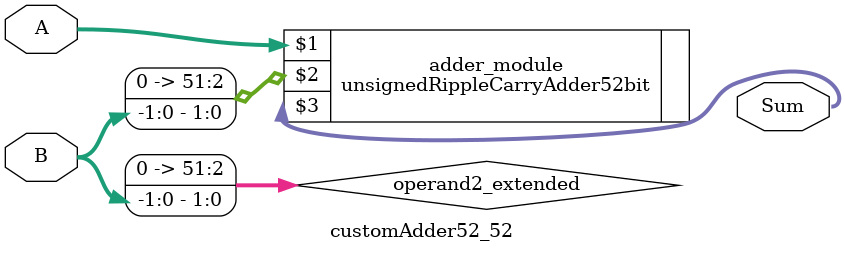
<source format=v>
module customAdder52_52(
                        input [51 : 0] A,
                        input [-1 : 0] B,
                        
                        output [52 : 0] Sum
                );

        wire [51 : 0] operand2_extended;
        
        assign operand2_extended =  {52'b0, B};
        
        unsignedRippleCarryAdder52bit adder_module(
            A,
            operand2_extended,
            Sum
        );
        
        endmodule
        
</source>
